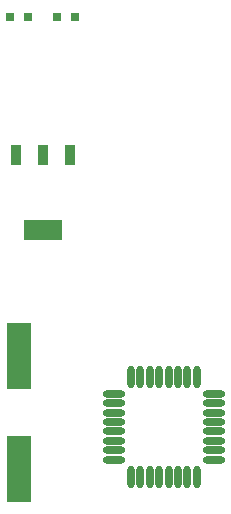
<source format=gtp>
G04*
G04 #@! TF.GenerationSoftware,Altium Limited,Altium Designer,20.2.3 (150)*
G04*
G04 Layer_Color=8421504*
%FSLAX25Y25*%
%MOIN*%
G70*
G04*
G04 #@! TF.SameCoordinates,8FFD640F-7F79-43F8-94F3-B7E4D242D2E5*
G04*
G04*
G04 #@! TF.FilePolarity,Positive*
G04*
G01*
G75*
%ADD16R,0.03740X0.06890*%
%ADD17R,0.12598X0.06890*%
%ADD18R,0.03150X0.03150*%
%ADD19R,0.08268X0.22047*%
%ADD20O,0.02362X0.07677*%
%ADD21O,0.07677X0.02362*%
D16*
X272984Y328102D02*
D03*
X263929D02*
D03*
X254874D02*
D03*
D17*
X263929Y303299D02*
D03*
D18*
X274756Y374165D02*
D03*
X268850D02*
D03*
X259008D02*
D03*
X253102D02*
D03*
D19*
X256055Y260976D02*
D03*
Y223575D02*
D03*
D20*
X293260Y254283D02*
D03*
X296409D02*
D03*
X299559D02*
D03*
X302709D02*
D03*
X305858D02*
D03*
X309008D02*
D03*
X312157D02*
D03*
X315307D02*
D03*
Y220819D02*
D03*
X312157D02*
D03*
X309008D02*
D03*
X305858D02*
D03*
X302709D02*
D03*
X299559D02*
D03*
X296409D02*
D03*
X293260D02*
D03*
D21*
X321016Y248575D02*
D03*
Y245425D02*
D03*
Y242276D02*
D03*
Y239126D02*
D03*
Y235976D02*
D03*
Y232827D02*
D03*
Y229677D02*
D03*
Y226528D02*
D03*
X287551D02*
D03*
Y229677D02*
D03*
Y232827D02*
D03*
Y235976D02*
D03*
Y239126D02*
D03*
Y242276D02*
D03*
Y245425D02*
D03*
Y248575D02*
D03*
M02*

</source>
